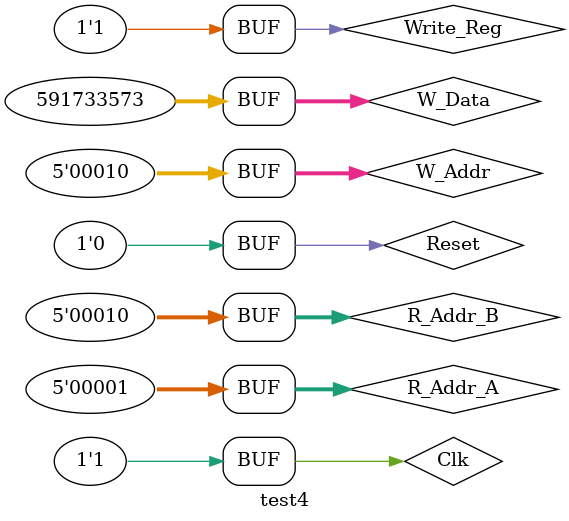
<source format=v>
`timescale 1ns / 1ps


module test4;

	// Inputs
	reg Clk;
	reg Reset;
	reg [4:0] R_Addr_A;
	reg [4:0] R_Addr_B;
	reg [4:0] W_Addr;
	reg [31:0] W_Data;
	reg Write_Reg;

	// Outputs
	wire [31:0] R_Data_A;
	wire [31:0] R_Data_B;

	// Instantiate the Unit Under Test (UUT)
	MIPS_REG uut (
		.Clk(Clk), 
		.Reset(Reset), 
		.R_Addr_A(R_Addr_A), 
		.R_Addr_B(R_Addr_B), 
		.W_Addr(W_Addr), 
		.W_Data(W_Data), 
		.Write_Reg(Write_Reg), 
		.R_Data_A(R_Data_A), 
		.R_Data_B(R_Data_B)
	);

	initial begin
		// Initialize Inputs
		
		// ²âÊÔ¼Ä´æÆ÷¶ÑµÄÊý¾Ý¶ÁÐ´
		
		Clk = 1;
		Reset = 0;
		R_Addr_A = 5'b00000;
		R_Addr_B = 5'b00000;
		W_Addr = 5'b00001;
		W_Data = 32'h 2345_2345;
		Write_Reg = 1;		
		#100;
		
		Clk = 0;
		Reset = 0;
		R_Addr_A = 5'b00001;
		R_Addr_B = 5'b00000;
		W_Addr = 5'b00001;
		W_Data = 32'h 2345_2345;
		Write_Reg = 0;		
		#100;
		
		Clk = 1;
		Reset = 0;
		R_Addr_A = 5'b00000;
		R_Addr_B = 5'b00010;
		W_Addr = 5'b00010;
		W_Data = 32'h 2345_2345;
		Write_Reg = 1;		
		#100;
		
		Clk = 0;
		Reset = 0;
		R_Addr_A = 5'b00001;
		R_Addr_B = 5'b00010;
		W_Addr = 5'b00010;
		W_Data = 32'h 2345_2345;
		Write_Reg = 0;		
		#100;
		
		Clk = 1;
		Reset = 0;
		R_Addr_A = 5'b00001;
		R_Addr_B = 5'b00010;
		W_Addr = 5'b00010;
		W_Data = 32'h 2345_2345;
		Write_Reg = 1;		
		#100;
		
		
        
		// Add stimulus here

	end
      
endmodule


</source>
